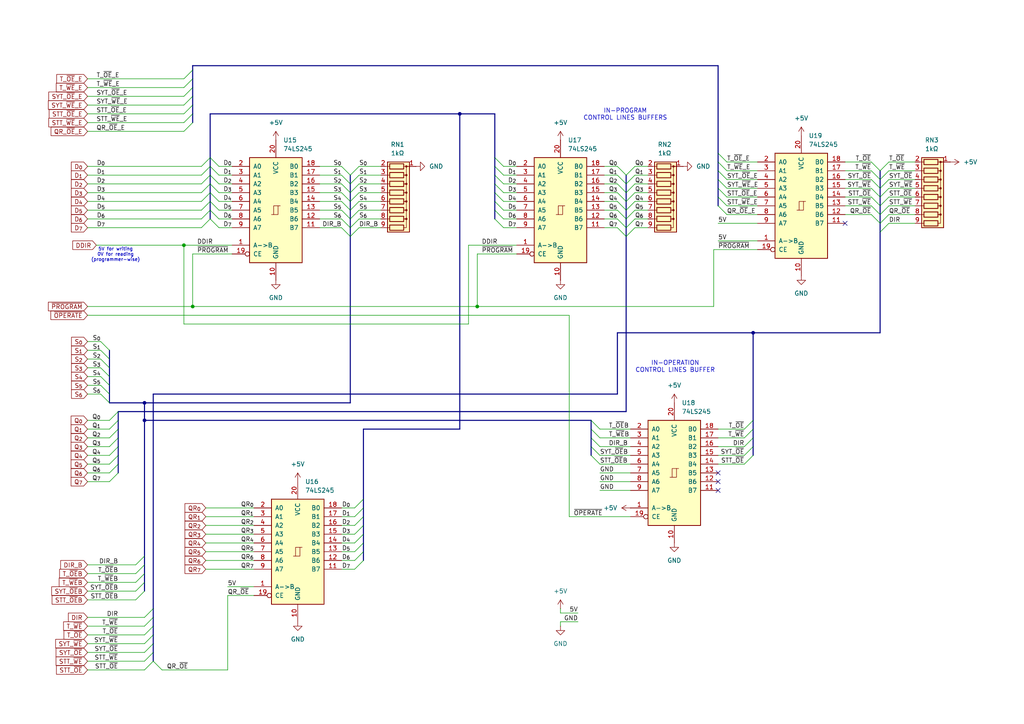
<source format=kicad_sch>
(kicad_sch (version 20250114) (generator "eeschema") (generator_version "9.0")
  (paper "A4")
  (lib_symbols
    (symbol "74xx:74LS245" (pin_names (offset 1.016))
      (property "Reference" "U" (at -7.62 16.51 0))
      (property "Value" "74LS245" (at -7.62 -16.51 0))
      (symbol "74LS245_1_0"
        (polyline (pts (xy -1.27 -1.27) (xy 0.635 -1.27) (xy 0.635 1.27) (xy 1.27 1.27)))
        (polyline (pts (xy -0.635 -1.27) (xy -0.635 1.27) (xy 0.635 1.27)))
        (pin tri_state line (at -12.7 12.7 0) (length 5.08) (name "A0") (number "2"))
        (pin tri_state line (at -12.7 10.16 0) (length 5.08) (name "A1") (number "3"))
        (pin tri_state line (at -12.7 7.62 0) (length 5.08) (name "A2") (number "4"))
        (pin tri_state line (at -12.7 5.08 0) (length 5.08) (name "A3") (number "5"))
        (pin tri_state line (at -12.7 2.54 0) (length 5.08) (name "A4") (number "6"))
        (pin tri_state line (at -12.7 0 0) (length 5.08) (name "A5") (number "7"))
        (pin tri_state line (at -12.7 -2.54 0) (length 5.08) (name "A6") (number "8"))
        (pin tri_state line (at -12.7 -5.08 0) (length 5.08) (name "A7") (number "9"))
        (pin input line (at -12.7 -10.16 0) (length 5.08) (name "A->B") (number "1"))
        (pin input inverted (at -12.7 -12.7 0) (length 5.08) (name "CE") (number "19"))
        (pin power_in line (at 0 20.32 270) (length 5.08) (name "VCC") (number "20"))
        (pin power_in line (at 0 -20.32 90) (length 5.08) (name "GND") (number "10"))
        (pin tri_state line (at 12.7 12.7 180) (length 5.08) (name "B0") (number "18"))
        (pin tri_state line (at 12.7 10.16 180) (length 5.08) (name "B1") (number "17"))
        (pin tri_state line (at 12.7 7.62 180) (length 5.08) (name "B2") (number "16"))
        (pin tri_state line (at 12.7 5.08 180) (length 5.08) (name "B3") (number "15"))
        (pin tri_state line (at 12.7 2.54 180) (length 5.08) (name "B4") (number "14"))
        (pin tri_state line (at 12.7 0 180) (length 5.08) (name "B5") (number "13"))
        (pin tri_state line (at 12.7 -2.54 180) (length 5.08) (name "B6") (number "12"))
        (pin tri_state line (at 12.7 -5.08 180) (length 5.08) (name "B7") (number "11"))
      )
      (symbol "74LS245_1_1"
        (rectangle (start -7.62 15.24) (end 7.62 -15.24) (stroke (width 0.254)) (fill (type background)))
      )
    )
    (symbol "Device:R_Network08" (pin_names (offset 0) (hide yes))
      (property "Reference" "RN" (at -12.7 0 90))
      (property "Value" "R_Network08" (at 10.16 0 90))
      (symbol "R_Network08_0_1"
        (rectangle (start -11.43 -3.175) (end 8.89 3.175) (stroke (width 0.254)) (fill (type background)))
        (rectangle (start -10.922 1.524) (end -9.398 -2.54) (stroke (width 0.254)))
        (circle (center -10.16 2.286) (radius 0.254) (fill (type outline)))
        (polyline (pts (xy -10.16 1.524) (xy -10.16 2.286) (xy -7.62 2.286) (xy -7.62 1.524)))
        (polyline (pts (xy -10.16 -2.54) (xy -10.16 -3.81)))
        (rectangle (start -8.382 1.524) (end -6.858 -2.54) (stroke (width 0.254)))
        (circle (center -7.62 2.286) (radius 0.254) (fill (type outline)))
        (polyline (pts (xy -7.62 1.524) (xy -7.62 2.286) (xy -5.08 2.286) (xy -5.08 1.524)))
        (polyline (pts (xy -7.62 -2.54) (xy -7.62 -3.81)))
        (rectangle (start -5.842 1.524) (end -4.318 -2.54) (stroke (width 0.254)))
        (circle (center -5.08 2.286) (radius 0.254) (fill (type outline)))
        (polyline (pts (xy -5.08 1.524) (xy -5.08 2.286) (xy -2.54 2.286) (xy -2.54 1.524)))
        (polyline (pts (xy -5.08 -2.54) (xy -5.08 -3.81)))
        (rectangle (start -3.302 1.524) (end -1.778 -2.54) (stroke (width 0.254)))
        (circle (center -2.54 2.286) (radius 0.254) (fill (type outline)))
        (polyline (pts (xy -2.54 1.524) (xy -2.54 2.286) (xy 0 2.286) (xy 0 1.524)))
        (polyline (pts (xy -2.54 -2.54) (xy -2.54 -3.81)))
        (rectangle (start -0.762 1.524) (end 0.762 -2.54) (stroke (width 0.254)))
        (circle (center 0 2.286) (radius 0.254) (fill (type outline)))
        (polyline (pts (xy 0 1.524) (xy 0 2.286) (xy 2.54 2.286) (xy 2.54 1.524)))
        (polyline (pts (xy 0 -2.54) (xy 0 -3.81)))
        (rectangle (start 1.778 1.524) (end 3.302 -2.54) (stroke (width 0.254)))
        (circle (center 2.54 2.286) (radius 0.254) (fill (type outline)))
        (polyline (pts (xy 2.54 1.524) (xy 2.54 2.286) (xy 5.08 2.286) (xy 5.08 1.524)))
        (polyline (pts (xy 2.54 -2.54) (xy 2.54 -3.81)))
        (rectangle (start 4.318 1.524) (end 5.842 -2.54) (stroke (width 0.254)))
        (circle (center 5.08 2.286) (radius 0.254) (fill (type outline)))
        (polyline (pts (xy 5.08 1.524) (xy 5.08 2.286) (xy 7.62 2.286) (xy 7.62 1.524)))
        (polyline (pts (xy 5.08 -2.54) (xy 5.08 -3.81)))
        (rectangle (start 6.858 1.524) (end 8.382 -2.54) (stroke (width 0.254)))
        (polyline (pts (xy 7.62 -2.54) (xy 7.62 -3.81)))
      )
      (symbol "R_Network08_1_1"
        (pin passive line (at -10.16 5.08 270) (length 2.54) (name "common") (number "1"))
        (pin passive line (at -10.16 -5.08 90) (length 1.27) (name "R1") (number "2"))
        (pin passive line (at -7.62 -5.08 90) (length 1.27) (name "R2") (number "3"))
        (pin passive line (at -5.08 -5.08 90) (length 1.27) (name "R3") (number "4"))
        (pin passive line (at -2.54 -5.08 90) (length 1.27) (name "R4") (number "5"))
        (pin passive line (at 0 -5.08 90) (length 1.27) (name "R5") (number "6"))
        (pin passive line (at 2.54 -5.08 90) (length 1.27) (name "R6") (number "7"))
        (pin passive line (at 5.08 -5.08 90) (length 1.27) (name "R7") (number "8"))
        (pin passive line (at 7.62 -5.08 90) (length 1.27) (name "R8") (number "9"))
      )
    )
    (symbol "power:+5V" (power) (pin_numbers (hide yes)) (pin_names (offset 0) (hide yes))
      (property "Value" "+5V" (at 0 3.556 0))
      (symbol "+5V_0_1"
        (polyline (pts (xy -0.762 1.27) (xy 0 2.54)))
        (polyline (pts (xy 0 2.54) (xy 0.762 1.27)))
        (polyline (pts (xy 0 0) (xy 0 2.54)))
      )
      (symbol "+5V_1_1"
        (pin power_in line (at 0 0 90) (length 0) (name "~") (number "1"))
      )
    )
    (symbol "power:GND" (power) (pin_numbers (hide yes)) (pin_names (offset 0) (hide yes))
      (property "Value" "GND" (at 0 -3.81 0))
      (symbol "GND_0_1"
        (polyline (pts (xy 0 0) (xy 0 -1.27) (xy 1.27 -1.27) (xy 0 -2.54) (xy -1.27 -1.27) (xy 0 -1.27)))
      )
      (symbol "GND_1_1"
        (pin power_in line (at 0 0 270) (length 0) (name "~") (number "1"))
      )
    )
  )
  (text "IN-OPERATION\nCONTROL LINES BUFFER" (at 195.834 106.426 0) (effects (font (size 1.27 1.27))))
  (text "IN-PROGRAM\nCONTROL LINES BUFFERS" (at 181.356 33.274 0) (effects (font (size 1.27 1.27))))
  (text "5V for writing\n0V for reading\n(programmer-wise)" (at 33.528 73.914 0) (effects (font (size 0.9525 0.9525))))
  (junction (at 41.91 116.84))
  (junction (at 218.44 96.52))
  (junction (at 53.34 71.12))
  (junction (at 41.91 121.92))
  (junction (at 138.43 88.9))
  (junction (at 55.88 88.9))
  (junction (at 133.35 33.02))
  (no_connect (at 208.28 137.16))
  (no_connect (at 208.28 139.7))
  (no_connect (at 208.28 142.24))
  (no_connect (at 245.11 64.77))
  (bus_entry (at 44.45 184.15) (size -2.54 2.54))
  (bus_entry (at 104.14 48.26) (size -2.54 2.54))
  (bus_entry (at 218.44 127) (size -2.54 2.54))
  (bus_entry (at 218.44 132.08) (size -2.54 2.54))
  (bus_entry (at 53.34 33.02) (size 2.54 -2.54))
  (bus_entry (at 105.41 147.32) (size -2.54 2.54))
  (bus_entry (at 257.81 52.07) (size -2.54 2.54))
  (bus_entry (at 63.5 63.5) (size -2.54 -2.54))
  (bus_entry (at 179.07 50.8) (size 2.54 2.54))
  (bus_entry (at 63.5 66.04) (size -2.54 -2.54))
  (bus_entry (at 41.91 161.29) (size -2.54 2.54))
  (bus_entry (at 31.75 129.54) (size 2.54 -2.54))
  (bus_entry (at 104.14 50.8) (size -2.54 2.54))
  (bus_entry (at 252.73 52.07) (size 2.54 2.54))
  (bus_entry (at 63.5 60.96) (size -2.54 -2.54))
  (bus_entry (at 171.45 124.46) (size 2.54 2.54))
  (bus_entry (at 257.81 46.99) (size -2.54 2.54))
  (bus_entry (at 44.45 176.53) (size -2.54 2.54))
  (bus_entry (at 146.05 55.88) (size -2.54 -2.54))
  (bus_entry (at 146.05 66.04) (size -2.54 -2.54))
  (bus_entry (at 218.44 129.54) (size -2.54 2.54))
  (bus_entry (at 179.07 58.42) (size 2.54 2.54))
  (bus_entry (at 58.42 63.5) (size 2.54 -2.54))
  (bus_entry (at 41.91 163.83) (size -2.54 2.54))
  (bus_entry (at 41.91 166.37) (size -2.54 2.54))
  (bus_entry (at 31.75 127) (size 2.54 -2.54))
  (bus_entry (at 146.05 60.96) (size -2.54 -2.54))
  (bus_entry (at 257.81 57.15) (size -2.54 2.54))
  (bus_entry (at 210.82 57.15) (size -2.54 -2.54))
  (bus_entry (at 99.06 50.8) (size 2.54 2.54))
  (bus_entry (at 252.73 46.99) (size 2.54 2.54))
  (bus_entry (at 184.15 48.26) (size -2.54 2.54))
  (bus_entry (at 53.34 27.94) (size 2.54 -2.54))
  (bus_entry (at 210.82 49.53) (size -2.54 -2.54))
  (bus_entry (at 63.5 48.26) (size -2.54 -2.54))
  (bus_entry (at 44.45 179.07) (size -2.54 2.54))
  (bus_entry (at 58.42 60.96) (size 2.54 -2.54))
  (bus_entry (at 29.21 99.06) (size 2.54 2.54))
  (bus_entry (at 105.41 162.56) (size -2.54 2.54))
  (bus_entry (at 29.21 104.14) (size 2.54 2.54))
  (bus_entry (at 99.06 53.34) (size 2.54 2.54))
  (bus_entry (at 99.06 55.88) (size 2.54 2.54))
  (bus_entry (at 99.06 60.96) (size 2.54 2.54))
  (bus_entry (at 29.21 111.76) (size 2.54 2.54))
  (bus_entry (at 105.41 160.02) (size -2.54 2.54))
  (bus_entry (at 105.41 144.78) (size -2.54 2.54))
  (bus_entry (at 58.42 58.42) (size 2.54 -2.54))
  (bus_entry (at 179.07 55.88) (size 2.54 2.54))
  (bus_entry (at 104.14 55.88) (size -2.54 2.54))
  (bus_entry (at 179.07 66.04) (size 2.54 2.54))
  (bus_entry (at 171.45 132.08) (size 2.54 2.54))
  (bus_entry (at 252.73 62.23) (size 2.54 2.54))
  (bus_entry (at 58.42 66.04) (size 2.54 -2.54))
  (bus_entry (at 184.15 60.96) (size -2.54 2.54))
  (bus_entry (at 53.34 38.1) (size 2.54 -2.54))
  (bus_entry (at 105.41 154.94) (size -2.54 2.54))
  (bus_entry (at 29.21 114.3) (size 2.54 2.54))
  (bus_entry (at 63.5 50.8) (size -2.54 -2.54))
  (bus_entry (at 210.82 52.07) (size -2.54 -2.54))
  (bus_entry (at 41.91 168.91) (size -2.54 2.54))
  (bus_entry (at 104.14 63.5) (size -2.54 2.54))
  (bus_entry (at 104.14 53.34) (size -2.54 2.54))
  (bus_entry (at 257.81 62.23) (size -2.54 2.54))
  (bus_entry (at 31.75 137.16) (size 2.54 -2.54))
  (bus_entry (at 210.82 54.61) (size -2.54 -2.54))
  (bus_entry (at 184.15 55.88) (size -2.54 2.54))
  (bus_entry (at 44.45 191.77) (size 2.54 2.54))
  (bus_entry (at 31.75 134.62) (size 2.54 -2.54))
  (bus_entry (at 58.42 50.8) (size 2.54 -2.54))
  (bus_entry (at 171.45 129.54) (size 2.54 2.54))
  (bus_entry (at 257.81 54.61) (size -2.54 2.54))
  (bus_entry (at 63.5 55.88) (size -2.54 -2.54))
  (bus_entry (at 105.41 152.4) (size -2.54 2.54))
  (bus_entry (at 99.06 63.5) (size 2.54 2.54))
  (bus_entry (at 252.73 57.15) (size 2.54 2.54))
  (bus_entry (at 146.05 53.34) (size -2.54 -2.54))
  (bus_entry (at 44.45 186.69) (size -2.54 2.54))
  (bus_entry (at 218.44 124.46) (size -2.54 2.54))
  (bus_entry (at 99.06 66.04) (size 2.54 2.54))
  (bus_entry (at 31.75 121.92) (size 2.54 -2.54))
  (bus_entry (at 210.82 59.69) (size -2.54 -2.54))
  (bus_entry (at 184.15 66.04) (size -2.54 2.54))
  (bus_entry (at 44.45 191.77) (size -2.54 2.54))
  (bus_entry (at 257.81 59.69) (size -2.54 2.54))
  (bus_entry (at 31.75 124.46) (size 2.54 -2.54))
  (bus_entry (at 99.06 58.42) (size 2.54 2.54))
  (bus_entry (at 53.34 30.48) (size 2.54 -2.54))
  (bus_entry (at 53.34 25.4) (size 2.54 -2.54))
  (bus_entry (at 53.34 35.56) (size 2.54 -2.54))
  (bus_entry (at 146.05 63.5) (size -2.54 -2.54))
  (bus_entry (at 184.15 53.34) (size -2.54 2.54))
  (bus_entry (at 184.15 58.42) (size -2.54 2.54))
  (bus_entry (at 105.41 149.86) (size -2.54 2.54))
  (bus_entry (at 31.75 132.08) (size 2.54 -2.54))
  (bus_entry (at 171.45 127) (size 2.54 2.54))
  (bus_entry (at 184.15 63.5) (size -2.54 2.54))
  (bus_entry (at 44.45 189.23) (size -2.54 2.54))
  (bus_entry (at 99.06 48.26) (size 2.54 2.54))
  (bus_entry (at 179.07 53.34) (size 2.54 2.54))
  (bus_entry (at 257.81 49.53) (size -2.54 2.54))
  (bus_entry (at 44.45 181.61) (size -2.54 2.54))
  (bus_entry (at 184.15 50.8) (size -2.54 2.54))
  (bus_entry (at 29.21 106.68) (size 2.54 2.54))
  (bus_entry (at 31.75 139.7) (size 2.54 -2.54))
  (bus_entry (at 179.07 63.5) (size 2.54 2.54))
  (bus_entry (at 29.21 101.6) (size 2.54 2.54))
  (bus_entry (at 252.73 49.53) (size 2.54 2.54))
  (bus_entry (at 179.07 48.26) (size 2.54 2.54))
  (bus_entry (at 146.05 50.8) (size -2.54 -2.54))
  (bus_entry (at 53.34 22.86) (size 2.54 -2.54))
  (bus_entry (at 104.14 66.04) (size -2.54 2.54))
  (bus_entry (at 58.42 48.26) (size 2.54 -2.54))
  (bus_entry (at 63.5 53.34) (size -2.54 -2.54))
  (bus_entry (at 58.42 55.88) (size 2.54 -2.54))
  (bus_entry (at 63.5 58.42) (size -2.54 -2.54))
  (bus_entry (at 210.82 62.23) (size -2.54 -2.54))
  (bus_entry (at 252.73 59.69) (size 2.54 2.54))
  (bus_entry (at 146.05 48.26) (size -2.54 -2.54))
  (bus_entry (at 146.05 58.42) (size -2.54 -2.54))
  (bus_entry (at 104.14 58.42) (size -2.54 2.54))
  (bus_entry (at 58.42 53.34) (size 2.54 -2.54))
  (bus_entry (at 41.91 171.45) (size -2.54 2.54))
  (bus_entry (at 171.45 121.92) (size 2.54 2.54))
  (bus_entry (at 104.14 60.96) (size -2.54 2.54))
  (bus_entry (at 29.21 109.22) (size 2.54 2.54))
  (bus_entry (at 179.07 60.96) (size 2.54 2.54))
  (bus_entry (at 210.82 46.99) (size -2.54 -2.54))
  (bus_entry (at 218.44 121.92) (size -2.54 2.54))
  (bus_entry (at 105.41 157.48) (size -2.54 2.54))
  (bus_entry (at 257.81 64.77) (size -2.54 2.54))
  (bus_entry (at 252.73 54.61) (size 2.54 2.54))
  (wire (pts (xy 210.82 59.69) (xy 219.71 59.69)))
  (bus (pts (xy 171.45 127) (xy 171.45 129.54)))
  (wire (pts (xy 25.4 106.68) (xy 29.21 106.68)))
  (bus (pts (xy 60.96 55.88) (xy 60.96 58.42)))
  (wire (pts (xy 25.4 27.94) (xy 53.34 27.94)))
  (wire (pts (xy 173.99 137.16) (xy 182.88 137.16)))
  (bus (pts (xy 255.27 62.23) (xy 255.27 64.77)))
  (wire (pts (xy 245.11 57.15) (xy 252.73 57.15)))
  (wire (pts (xy 53.34 71.12) (xy 67.31 71.12)))
  (bus (pts (xy 101.6 68.58) (xy 101.6 116.84)))
  (wire (pts (xy 92.71 50.8) (xy 99.06 50.8)))
  (bus (pts (xy 60.96 45.72) (xy 60.96 48.26)))
  (bus (pts (xy 55.88 35.56) (xy 55.88 33.02)))
  (wire (pts (xy 102.87 162.56) (xy 99.06 162.56)))
  (bus (pts (xy 181.61 63.5) (xy 181.61 66.04)))
  (wire (pts (xy 66.04 172.72) (xy 73.66 172.72)))
  (wire (pts (xy 25.4 124.46) (xy 31.75 124.46)))
  (wire (pts (xy 210.82 54.61) (xy 219.71 54.61)))
  (wire (pts (xy 162.56 180.34) (xy 162.56 181.61)))
  (wire (pts (xy 59.69 162.56) (xy 73.66 162.56)))
  (wire (pts (xy 59.69 165.1) (xy 73.66 165.1)))
  (bus (pts (xy 31.75 104.14) (xy 31.75 106.68)))
  (bus (pts (xy 208.28 19.05) (xy 208.28 44.45)))
  (wire (pts (xy 25.4 166.37) (xy 39.37 166.37)))
  (wire (pts (xy 173.99 134.62) (xy 182.88 134.62)))
  (bus (pts (xy 34.29 129.54) (xy 34.29 132.08)))
  (wire (pts (xy 146.05 50.8) (xy 149.86 50.8)))
  (wire (pts (xy 187.96 53.34) (xy 184.15 53.34)))
  (wire (pts (xy 175.26 48.26) (xy 179.07 48.26)))
  (bus (pts (xy 208.28 49.53) (xy 208.28 52.07)))
  (bus (pts (xy 143.51 33.02) (xy 143.51 45.72)))
  (bus (pts (xy 181.61 53.34) (xy 181.61 55.88)))
  (wire (pts (xy 25.4 171.45) (xy 39.37 171.45)))
  (wire (pts (xy 265.43 52.07) (xy 257.81 52.07)))
  (bus (pts (xy 31.75 109.22) (xy 31.75 111.76)))
  (wire (pts (xy 25.4 30.48) (xy 53.34 30.48)))
  (wire (pts (xy 110.49 48.26) (xy 104.14 48.26)))
  (wire (pts (xy 25.4 173.99) (xy 39.37 173.99)))
  (bus (pts (xy 101.6 53.34) (xy 101.6 55.88)))
  (bus (pts (xy 44.45 181.61) (xy 44.45 184.15)))
  (bus (pts (xy 41.91 166.37) (xy 41.91 168.91)))
  (wire (pts (xy 55.88 88.9) (xy 55.88 73.66)))
  (wire (pts (xy 25.4 48.26) (xy 58.42 48.26)))
  (bus (pts (xy 31.75 101.6) (xy 31.75 104.14)))
  (wire (pts (xy 138.43 88.9) (xy 138.43 73.66)))
  (wire (pts (xy 162.56 176.53) (xy 162.56 177.8)))
  (bus (pts (xy 34.29 134.62) (xy 34.29 137.16)))
  (bus (pts (xy 55.88 20.32) (xy 55.88 19.05)))
  (bus (pts (xy 31.75 114.3) (xy 31.75 116.84)))
  (wire (pts (xy 245.11 59.69) (xy 252.73 59.69)))
  (bus (pts (xy 133.35 33.02) (xy 133.35 124.46)))
  (wire (pts (xy 25.4 104.14) (xy 29.21 104.14)))
  (bus (pts (xy 44.45 176.53) (xy 44.45 114.3)))
  (wire (pts (xy 102.87 152.4) (xy 99.06 152.4)))
  (bus (pts (xy 133.35 33.02) (xy 143.51 33.02)))
  (wire (pts (xy 173.99 132.08) (xy 182.88 132.08)))
  (wire (pts (xy 173.99 142.24) (xy 182.88 142.24)))
  (bus (pts (xy 44.45 176.53) (xy 44.45 179.07)))
  (wire (pts (xy 265.43 46.99) (xy 257.81 46.99)))
  (bus (pts (xy 60.96 45.72) (xy 60.96 33.02)))
  (bus (pts (xy 255.27 64.77) (xy 255.27 67.31)))
  (wire (pts (xy 92.71 63.5) (xy 99.06 63.5)))
  (bus (pts (xy 179.07 114.3) (xy 179.07 96.52)))
  (bus (pts (xy 60.96 33.02) (xy 133.35 33.02)))
  (wire (pts (xy 135.89 71.12) (xy 135.89 93.98)))
  (bus (pts (xy 34.29 127) (xy 34.29 129.54)))
  (wire (pts (xy 208.28 64.77) (xy 219.71 64.77)))
  (wire (pts (xy 25.4 163.83) (xy 39.37 163.83)))
  (wire (pts (xy 173.99 124.46) (xy 182.88 124.46)))
  (wire (pts (xy 207.01 72.39) (xy 219.71 72.39)))
  (bus (pts (xy 105.41 154.94) (xy 105.41 152.4)))
  (bus (pts (xy 105.41 157.48) (xy 105.41 154.94)))
  (wire (pts (xy 25.4 114.3) (xy 29.21 114.3)))
  (bus (pts (xy 218.44 124.46) (xy 218.44 127)))
  (wire (pts (xy 63.5 55.88) (xy 67.31 55.88)))
  (wire (pts (xy 59.69 149.86) (xy 73.66 149.86)))
  (bus (pts (xy 101.6 50.8) (xy 101.6 53.34)))
  (wire (pts (xy 175.26 60.96) (xy 179.07 60.96)))
  (bus (pts (xy 60.96 60.96) (xy 60.96 63.5)))
  (wire (pts (xy 25.4 50.8) (xy 58.42 50.8)))
  (bus (pts (xy 101.6 58.42) (xy 101.6 60.96)))
  (bus (pts (xy 181.61 55.88) (xy 181.61 58.42)))
  (wire (pts (xy 208.28 129.54) (xy 215.9 129.54)))
  (wire (pts (xy 25.4 129.54) (xy 31.75 129.54)))
  (bus (pts (xy 208.28 46.99) (xy 208.28 49.53)))
  (wire (pts (xy 25.4 137.16) (xy 31.75 137.16)))
  (wire (pts (xy 208.28 132.08) (xy 215.9 132.08)))
  (bus (pts (xy 218.44 121.92) (xy 218.44 124.46)))
  (bus (pts (xy 41.91 116.84) (xy 41.91 121.92)))
  (wire (pts (xy 210.82 49.53) (xy 219.71 49.53)))
  (bus (pts (xy 208.28 54.61) (xy 208.28 57.15)))
  (wire (pts (xy 59.69 157.48) (xy 73.66 157.48)))
  (bus (pts (xy 105.41 149.86) (xy 105.41 147.32)))
  (wire (pts (xy 146.05 48.26) (xy 149.86 48.26)))
  (wire (pts (xy 25.4 60.96) (xy 58.42 60.96)))
  (bus (pts (xy 101.6 66.04) (xy 101.6 68.58)))
  (bus (pts (xy 34.29 119.38) (xy 34.29 121.92)))
  (wire (pts (xy 25.4 88.9) (xy 55.88 88.9)))
  (bus (pts (xy 143.51 60.96) (xy 143.51 63.5)))
  (wire (pts (xy 146.05 60.96) (xy 149.86 60.96)))
  (wire (pts (xy 25.4 38.1) (xy 53.34 38.1)))
  (bus (pts (xy 105.41 124.46) (xy 105.41 144.78)))
  (wire (pts (xy 25.4 191.77) (xy 41.91 191.77)))
  (wire (pts (xy 257.81 64.77) (xy 265.43 64.77)))
  (wire (pts (xy 63.5 53.34) (xy 67.31 53.34)))
  (wire (pts (xy 66.04 170.18) (xy 73.66 170.18)))
  (wire (pts (xy 92.71 60.96) (xy 99.06 60.96)))
  (wire (pts (xy 245.11 49.53) (xy 252.73 49.53)))
  (bus (pts (xy 143.51 48.26) (xy 143.51 50.8)))
  (wire (pts (xy 245.11 62.23) (xy 252.73 62.23)))
  (wire (pts (xy 25.4 132.08) (xy 31.75 132.08)))
  (bus (pts (xy 44.45 114.3) (xy 179.07 114.3)))
  (wire (pts (xy 25.4 91.44) (xy 165.1 91.44)))
  (wire (pts (xy 210.82 52.07) (xy 219.71 52.07)))
  (bus (pts (xy 55.88 27.94) (xy 55.88 25.4)))
  (wire (pts (xy 63.5 50.8) (xy 67.31 50.8)))
  (wire (pts (xy 25.4 22.86) (xy 53.34 22.86)))
  (wire (pts (xy 25.4 134.62) (xy 31.75 134.62)))
  (bus (pts (xy 41.91 161.29) (xy 41.91 163.83)))
  (wire (pts (xy 138.43 73.66) (xy 149.86 73.66)))
  (bus (pts (xy 34.29 121.92) (xy 34.29 124.46)))
  (wire (pts (xy 25.4 179.07) (xy 41.91 179.07)))
  (wire (pts (xy 245.11 46.99) (xy 252.73 46.99)))
  (wire (pts (xy 208.28 124.46) (xy 215.9 124.46)))
  (wire (pts (xy 165.1 149.86) (xy 182.88 149.86)))
  (bus (pts (xy 105.41 147.32) (xy 105.41 144.78)))
  (bus (pts (xy 105.41 152.4) (xy 105.41 149.86)))
  (bus (pts (xy 41.91 116.84) (xy 101.6 116.84)))
  (wire (pts (xy 110.49 60.96) (xy 104.14 60.96)))
  (bus (pts (xy 218.44 129.54) (xy 218.44 132.08)))
  (wire (pts (xy 208.28 134.62) (xy 215.9 134.62)))
  (wire (pts (xy 173.99 127) (xy 182.88 127)))
  (wire (pts (xy 25.4 111.76) (xy 29.21 111.76)))
  (bus (pts (xy 101.6 60.96) (xy 101.6 63.5)))
  (bus (pts (xy 171.45 129.54) (xy 171.45 132.08)))
  (wire (pts (xy 146.05 58.42) (xy 149.86 58.42)))
  (bus (pts (xy 218.44 96.52) (xy 218.44 121.92)))
  (wire (pts (xy 162.56 177.8) (xy 167.64 177.8)))
  (wire (pts (xy 92.71 48.26) (xy 99.06 48.26)))
  (wire (pts (xy 175.26 58.42) (xy 179.07 58.42)))
  (bus (pts (xy 218.44 127) (xy 218.44 129.54)))
  (wire (pts (xy 92.71 53.34) (xy 99.06 53.34)))
  (bus (pts (xy 208.28 44.45) (xy 208.28 46.99)))
  (wire (pts (xy 59.69 160.02) (xy 73.66 160.02)))
  (wire (pts (xy 92.71 55.88) (xy 99.06 55.88)))
  (bus (pts (xy 105.41 124.46) (xy 133.35 124.46)))
  (wire (pts (xy 265.43 57.15) (xy 257.81 57.15)))
  (bus (pts (xy 44.45 189.23) (xy 44.45 191.77)))
  (bus (pts (xy 60.96 53.34) (xy 60.96 55.88)))
  (wire (pts (xy 210.82 62.23) (xy 219.71 62.23)))
  (wire (pts (xy 25.4 168.91) (xy 39.37 168.91)))
  (wire (pts (xy 175.26 63.5) (xy 179.07 63.5)))
  (wire (pts (xy 265.43 49.53) (xy 257.81 49.53)))
  (wire (pts (xy 66.04 194.31) (xy 66.04 172.72)))
  (bus (pts (xy 55.88 19.05) (xy 208.28 19.05)))
  (wire (pts (xy 187.96 60.96) (xy 184.15 60.96)))
  (wire (pts (xy 63.5 66.04) (xy 67.31 66.04)))
  (bus (pts (xy 60.96 50.8) (xy 60.96 53.34)))
  (bus (pts (xy 143.51 53.34) (xy 143.51 55.88)))
  (wire (pts (xy 25.4 109.22) (xy 29.21 109.22)))
  (bus (pts (xy 255.27 57.15) (xy 255.27 59.69)))
  (wire (pts (xy 102.87 147.32) (xy 99.06 147.32)))
  (bus (pts (xy 31.75 106.68) (xy 31.75 109.22)))
  (bus (pts (xy 255.27 67.31) (xy 255.27 96.52)))
  (wire (pts (xy 25.4 25.4) (xy 53.34 25.4)))
  (bus (pts (xy 171.45 124.46) (xy 171.45 127)))
  (bus (pts (xy 44.45 184.15) (xy 44.45 186.69)))
  (bus (pts (xy 143.51 55.88) (xy 143.51 58.42)))
  (bus (pts (xy 105.41 160.02) (xy 105.41 157.48)))
  (wire (pts (xy 187.96 48.26) (xy 184.15 48.26)))
  (wire (pts (xy 265.43 59.69) (xy 257.81 59.69)))
  (wire (pts (xy 162.56 180.34) (xy 167.64 180.34)))
  (wire (pts (xy 210.82 57.15) (xy 219.71 57.15)))
  (wire (pts (xy 55.88 73.66) (xy 67.31 73.66)))
  (wire (pts (xy 25.4 121.92) (xy 31.75 121.92)))
  (wire (pts (xy 146.05 55.88) (xy 149.86 55.88)))
  (wire (pts (xy 187.96 50.8) (xy 184.15 50.8)))
  (bus (pts (xy 31.75 116.84) (xy 41.91 116.84)))
  (wire (pts (xy 146.05 63.5) (xy 149.86 63.5)))
  (bus (pts (xy 143.51 58.42) (xy 143.51 60.96)))
  (wire (pts (xy 110.49 55.88) (xy 104.14 55.88)))
  (wire (pts (xy 207.01 88.9) (xy 207.01 72.39)))
  (bus (pts (xy 218.44 96.52) (xy 255.27 96.52)))
  (bus (pts (xy 44.45 179.07) (xy 44.45 181.61)))
  (wire (pts (xy 25.4 53.34) (xy 58.42 53.34)))
  (bus (pts (xy 181.61 58.42) (xy 181.61 60.96)))
  (bus (pts (xy 179.07 96.52) (xy 218.44 96.52)))
  (wire (pts (xy 59.69 154.94) (xy 73.66 154.94)))
  (wire (pts (xy 135.89 71.12) (xy 149.86 71.12)))
  (bus (pts (xy 101.6 55.88) (xy 101.6 58.42)))
  (wire (pts (xy 245.11 52.07) (xy 252.73 52.07)))
  (wire (pts (xy 173.99 139.7) (xy 182.88 139.7)))
  (wire (pts (xy 25.4 33.02) (xy 53.34 33.02)))
  (wire (pts (xy 55.88 88.9) (xy 138.43 88.9)))
  (wire (pts (xy 110.49 50.8) (xy 104.14 50.8)))
  (wire (pts (xy 27.94 71.12) (xy 53.34 71.12)))
  (wire (pts (xy 92.71 58.42) (xy 99.06 58.42)))
  (wire (pts (xy 175.26 53.34) (xy 179.07 53.34)))
  (wire (pts (xy 25.4 55.88) (xy 58.42 55.88)))
  (bus (pts (xy 31.75 111.76) (xy 31.75 114.3)))
  (bus (pts (xy 55.88 22.86) (xy 55.88 20.32)))
  (bus (pts (xy 41.91 121.92) (xy 41.91 161.29)))
  (wire (pts (xy 208.28 127) (xy 215.9 127)))
  (wire (pts (xy 146.05 53.34) (xy 149.86 53.34)))
  (wire (pts (xy 175.26 55.88) (xy 179.07 55.88)))
  (wire (pts (xy 25.4 186.69) (xy 41.91 186.69)))
  (bus (pts (xy 143.51 45.72) (xy 143.51 48.26)))
  (bus (pts (xy 255.27 52.07) (xy 255.27 54.61)))
  (wire (pts (xy 25.4 35.56) (xy 53.34 35.56)))
  (bus (pts (xy 181.61 50.8) (xy 181.61 53.34)))
  (bus (pts (xy 34.29 132.08) (xy 34.29 134.62)))
  (bus (pts (xy 41.91 121.92) (xy 171.45 121.92)))
  (bus (pts (xy 255.27 54.61) (xy 255.27 57.15)))
  (bus (pts (xy 34.29 119.38) (xy 181.61 119.38)))
  (wire (pts (xy 25.4 58.42) (xy 58.42 58.42)))
  (wire (pts (xy 25.4 139.7) (xy 31.75 139.7)))
  (wire (pts (xy 25.4 101.6) (xy 29.21 101.6)))
  (bus (pts (xy 101.6 63.5) (xy 101.6 66.04)))
  (wire (pts (xy 208.28 69.85) (xy 219.71 69.85)))
  (wire (pts (xy 53.34 93.98) (xy 53.34 71.12)))
  (bus (pts (xy 55.88 30.48) (xy 55.88 27.94)))
  (bus (pts (xy 181.61 66.04) (xy 181.61 68.58)))
  (wire (pts (xy 110.49 66.04) (xy 104.14 66.04)))
  (wire (pts (xy 165.1 91.44) (xy 165.1 149.86)))
  (bus (pts (xy 208.28 57.15) (xy 208.28 59.69)))
  (wire (pts (xy 102.87 160.02) (xy 99.06 160.02)))
  (wire (pts (xy 102.87 165.1) (xy 99.06 165.1)))
  (wire (pts (xy 25.4 63.5) (xy 58.42 63.5)))
  (wire (pts (xy 102.87 157.48) (xy 99.06 157.48)))
  (bus (pts (xy 60.96 48.26) (xy 60.96 50.8)))
  (bus (pts (xy 55.88 25.4) (xy 55.88 22.86)))
  (wire (pts (xy 265.43 54.61) (xy 257.81 54.61)))
  (wire (pts (xy 46.99 194.31) (xy 66.04 194.31)))
  (bus (pts (xy 255.27 59.69) (xy 255.27 62.23)))
  (wire (pts (xy 187.96 58.42) (xy 184.15 58.42)))
  (wire (pts (xy 63.5 63.5) (xy 67.31 63.5)))
  (bus (pts (xy 171.45 121.92) (xy 171.45 124.46)))
  (bus (pts (xy 181.61 68.58) (xy 181.61 119.38)))
  (bus (pts (xy 208.28 52.07) (xy 208.28 54.61)))
  (wire (pts (xy 187.96 55.88) (xy 184.15 55.88)))
  (wire (pts (xy 175.26 66.04) (xy 179.07 66.04)))
  (wire (pts (xy 187.96 63.5) (xy 184.15 63.5)))
  (wire (pts (xy 25.4 189.23) (xy 41.91 189.23)))
  (wire (pts (xy 138.43 88.9) (xy 207.01 88.9)))
  (bus (pts (xy 143.51 50.8) (xy 143.51 53.34)))
  (wire (pts (xy 110.49 63.5) (xy 104.14 63.5)))
  (wire (pts (xy 59.69 152.4) (xy 73.66 152.4)))
  (wire (pts (xy 63.5 58.42) (xy 67.31 58.42)))
  (wire (pts (xy 245.11 54.61) (xy 252.73 54.61)))
  (wire (pts (xy 25.4 127) (xy 31.75 127)))
  (wire (pts (xy 210.82 46.99) (xy 219.71 46.99)))
  (bus (pts (xy 44.45 186.69) (xy 44.45 189.23)))
  (wire (pts (xy 25.4 184.15) (xy 41.91 184.15)))
  (wire (pts (xy 25.4 194.31) (xy 41.91 194.31)))
  (wire (pts (xy 146.05 66.04) (xy 149.86 66.04)))
  (wire (pts (xy 110.49 58.42) (xy 104.14 58.42)))
  (wire (pts (xy 110.49 53.34) (xy 104.14 53.34)))
  (wire (pts (xy 25.4 66.04) (xy 58.42 66.04)))
  (bus (pts (xy 181.61 60.96) (xy 181.61 63.5)))
  (wire (pts (xy 92.71 66.04) (xy 99.06 66.04)))
  (wire (pts (xy 173.99 129.54) (xy 182.88 129.54)))
  (wire (pts (xy 63.5 48.26) (xy 67.31 48.26)))
  (bus (pts (xy 41.91 163.83) (xy 41.91 166.37)))
  (bus (pts (xy 60.96 58.42) (xy 60.96 60.96)))
  (wire (pts (xy 135.89 93.98) (xy 53.34 93.98)))
  (bus (pts (xy 255.27 49.53) (xy 255.27 52.07)))
  (wire (pts (xy 25.4 181.61) (xy 41.91 181.61)))
  (wire (pts (xy 187.96 66.04) (xy 184.15 66.04)))
  (wire (pts (xy 73.66 147.32) (xy 59.69 147.32)))
  (wire (pts (xy 102.87 149.86) (xy 99.06 149.86)))
  (bus (pts (xy 34.29 124.46) (xy 34.29 127)))
  (bus (pts (xy 105.41 162.56) (xy 105.41 160.02)))
  (wire (pts (xy 25.4 99.06) (xy 29.21 99.06)))
  (bus (pts (xy 41.91 168.91) (xy 41.91 171.45)))
  (wire (pts (xy 102.87 154.94) (xy 99.06 154.94)))
  (wire (pts (xy 265.43 62.23) (xy 257.81 62.23)))
  (wire (pts (xy 175.26 50.8) (xy 179.07 50.8)))
  (wire (pts (xy 63.5 60.96) (xy 67.31 60.96)))
  (bus (pts (xy 55.88 33.02) (xy 55.88 30.48)))
  (label "D_{1}" (at 101.6 149.86 180))
  (label "QR_{5}" (at 69.85 160.02 0))
  (label "D_{3}" (at 30.48 55.88 180))
  (label "S_{2}" (at 99.06 53.34 180))
  (label "STT_~{OE}_E" (at 27.94 33.02 0))
  (label "QR_{3}" (at 69.85 154.94 0))
  (label "S_{5}" (at 29.21 111.76 180))
  (label "5V" (at 66.04 170.18 0))
  (label "T_~{OE}" (at 257.81 46.99 0))
  (label "DIR_B" (at 104.14 66.04 0))
  (label "SYT_~{OE}_E" (at 210.82 52.07 0))
  (label "D_{1}" (at 30.48 50.8 180))
  (label "STT_~{OE}B" (at 34.29 173.99 180))
  (label "T_~{OE}B" (at 176.53 124.46 0))
  (label "QR_{0}" (at 69.85 147.32 0))
  (label "T_~{WE}" (at 34.29 181.61 180))
  (label "SYT_~{OE}" (at 215.9 132.08 180))
  (label "SYT_~{OE}B" (at 34.29 171.45 180))
  (label "T_~{WE}" (at 257.81 49.53 0))
  (label "Q_{1}" (at 179.07 50.8 180))
  (label "Q_{6}" (at 184.15 63.5 0))
  (label "DIR_B" (at 99.06 66.04 180))
  (label "STT_~{WE}_E" (at 27.94 35.56 0))
  (label "S_{0}" (at 99.06 48.26 180))
  (label "GND" (at 173.99 137.16 0))
  (label "D_{5}" (at 30.48 60.96 180))
  (label "S_{0}" (at 29.21 99.06 180))
  (label "Q_{4}" (at 29.21 132.08 180))
  (label "D_{4}" (at 64.77 58.42 0))
  (label "D_{4}" (at 147.32 58.42 0))
  (label "Q_{5}" (at 179.07 60.96 180))
  (label "Q_{3}" (at 179.07 55.88 180))
  (label "Q_{5}" (at 29.21 134.62 180))
  (label "D_{6}" (at 30.48 63.5 180))
  (label "Q_{6}" (at 29.21 137.16 180))
  (label "D_{4}" (at 101.6 157.48 180))
  (label "S_{3}" (at 104.14 55.88 0))
  (label "D_{7}" (at 101.6 165.1 180))
  (label "Q_{7}" (at 179.07 66.04 180))
  (label "S_{1}" (at 29.21 101.6 180))
  (label "SYT_~{OE}" (at 34.29 189.23 180))
  (label "T_~{WE}" (at 215.9 127 180))
  (label "D_{5}" (at 64.77 60.96 0))
  (label "S_{6}" (at 104.14 63.5 0))
  (label "S_{2}" (at 29.21 104.14 180))
  (label "S_{3}" (at 99.06 55.88 180))
  (label "Q_{7}" (at 184.15 66.04 0))
  (label "D_{0}" (at 101.6 147.32 180))
  (label "D_{2}" (at 147.32 53.34 0))
  (label "DIR" (at 257.81 64.77 0))
  (label "STT_~{WE}" (at 257.81 59.69 0))
  (label "QR_~{OE}" (at 252.73 62.23 180))
  (label "Q_{1}" (at 29.21 124.46 180))
  (label "STT_~{OE}" (at 257.81 57.15 0))
  (label "T_~{OE}_E" (at 210.82 46.99 0))
  (label "SYT_~{WE}_E" (at 27.94 30.48 0))
  (label "~{OPERATE}" (at 166.37 149.86 0))
  (label "S_{4}" (at 104.14 58.42 0))
  (label "QR_~{OE}_E" (at 210.82 62.23 0))
  (label "STT_~{OE}B" (at 173.99 134.62 0))
  (label "5V" (at 167.64 177.8 180))
  (label "Q_{1}" (at 184.15 50.8 0))
  (label "D_{6}" (at 147.32 63.5 0))
  (label "D_{3}" (at 64.77 55.88 0))
  (label "SYT_~{OE}B" (at 173.99 132.08 0))
  (label "T_~{OE}" (at 252.73 46.99 180))
  (label "S_{1}" (at 99.06 50.8 180))
  (label "SYT_~{WE}" (at 252.73 54.61 180))
  (label "D_{7}" (at 147.32 66.04 0))
  (label "QR_{2}" (at 69.85 152.4 0))
  (label "Q_{2}" (at 29.21 127 180))
  (label "D_{6}" (at 101.6 162.56 180))
  (label "QR_~{OE}_E" (at 27.94 38.1 0))
  (label "~{PROGRAM}" (at 57.15 73.66 0))
  (label "S_{2}" (at 104.14 53.34 0))
  (label "Q_{0}" (at 179.07 48.26 180))
  (label "STT_~{OE}" (at 252.73 57.15 180))
  (label "D_{3}" (at 147.32 55.88 0))
  (label "T_~{WE}B" (at 176.53 127 0))
  (label "GND" (at 173.99 142.24 0))
  (label "SYT_~{OE}_E" (at 27.94 27.94 0))
  (label "S_{3}" (at 29.21 106.68 180))
  (label "GND" (at 167.64 180.34 180))
  (label "STT_~{OE}" (at 215.9 134.62 180))
  (label "D_{1}" (at 147.32 50.8 0))
  (label "QR_{4}" (at 69.85 157.48 0))
  (label "D_{1}" (at 64.77 50.8 0))
  (label "SYT_~{WE}_E" (at 210.82 54.61 0))
  (label "QR_~{OE}" (at 257.81 62.23 0))
  (label "DIR" (at 215.9 129.54 180))
  (label "SYT_~{OE}" (at 257.81 52.07 0))
  (label "S_{6}" (at 99.06 63.5 180))
  (label "D_{5}" (at 147.32 60.96 0))
  (label "DDIR" (at 57.15 71.12 0))
  (label "S_{5}" (at 104.14 60.96 0))
  (label "STT_~{OE}" (at 34.29 194.31 180))
  (label "SYT_~{OE}" (at 252.73 52.07 180))
  (label "T_~{OE}_E" (at 27.94 22.86 0))
  (label "T_~{WE}_E" (at 210.82 49.53 0))
  (label "~{PROGRAM}" (at 208.28 72.39 0))
  (label "STT_~{WE}_E" (at 210.82 59.69 0))
  (label "T_~{WE}B" (at 34.29 168.91 180))
  (label "T_~{WE}_E" (at 27.94 25.4 0))
  (label "D_{3}" (at 101.6 154.94 180))
  (label "QR_~{OE}" (at 54.61 194.31 180))
  (label "Q_{3}" (at 184.15 55.88 0))
  (label "STT_~{WE}" (at 252.73 59.69 180))
  (label "D_{0}" (at 30.48 48.26 180))
  (label "D_{0}" (at 147.32 48.26 0))
  (label "Q_{5}" (at 184.15 60.96 0))
  (label "D_{2}" (at 30.48 53.34 180))
  (label "DDIR" (at 139.7 71.12 0))
  (label "S_{4}" (at 29.21 109.22 180))
  (label "~{PROGRAM}" (at 139.7 73.66 0))
  (label "D_{4}" (at 30.48 58.42 180))
  (label "DIR_B" (at 176.53 129.54 0))
  (label "5V" (at 208.28 64.77 0))
  (label "Q_{2}" (at 179.07 53.34 180))
  (label "D_{5}" (at 101.6 160.02 180))
  (label "T_~{WE}" (at 252.73 49.53 180))
  (label "T_~{OE}" (at 34.29 184.15 180))
  (label "DIR_B" (at 34.29 163.83 180))
  (label "D_{7}" (at 64.77 66.04 0))
  (label "D_{2}" (at 101.6 152.4 180))
  (label "Q_{3}" (at 29.21 129.54 180))
  (label "Q_{0}" (at 184.15 48.26 0))
  (label "SYT_~{WE}" (at 34.29 186.69 180))
  (label "S_{5}" (at 99.06 60.96 180))
  (label "STT_~{OE}_E" (at 210.82 57.15 0))
  (label "5V" (at 208.28 69.85 0))
  (label "S_{6}" (at 29.21 114.3 180))
  (label "T_~{OE}" (at 215.9 124.46 180))
  (label "D_{2}" (at 64.77 53.34 0))
  (label "GND" (at 173.99 139.7 0))
  (label "S_{0}" (at 104.14 48.26 0))
  (label "SYT_~{WE}" (at 257.81 54.61 0))
  (label "Q_{4}" (at 184.15 58.42 0))
  (label "QR_~{OE}" (at 66.04 172.72 0))
  (label "Q_{2}" (at 184.15 53.34 0))
  (label "QR_{6}" (at 69.85 162.56 0))
  (label "Q_{0}" (at 29.21 121.92 180))
  (label "D_{7}" (at 30.48 66.04 180))
  (label "DIR" (at 34.29 179.07 180))
  (label "Q_{6}" (at 179.07 63.5 180))
  (label "STT_~{WE}" (at 34.29 191.77 180))
  (label "QR_{1}" (at 69.85 149.86 0))
  (label "S_{1}" (at 104.14 50.8 0))
  (label "D_{0}" (at 64.77 48.26 0))
  (label "T_~{OE}B" (at 34.29 166.37 180))
  (label "Q_{7}" (at 29.21 139.7 180))
  (label "D_{6}" (at 64.77 63.5 0))
  (label "QR_{7}" (at 69.85 165.1 0))
  (label "S_{4}" (at 99.06 58.42 180))
  (label "Q_{4}" (at 179.07 58.42 180))
  (global_label "D_{3}" (shape input) (at 25.4 55.88 180) (property "Intersheetrefs" "${INTERSHEET_REFS}" (effects (hide yes))))
  (global_label "~{OPERATE}" (shape input) (at 25.4 91.44 180) (property "Intersheetrefs" "${INTERSHEET_REFS}" (effects (hide yes))))
  (global_label "STT_~{OE}" (shape input) (at 25.4 194.31 180) (property "Intersheetrefs" "${INTERSHEET_REFS}" (effects (hide yes))))
  (global_label "STT_~{WE}_E" (shape input) (at 25.4 35.56 180) (property "Intersheetrefs" "${INTERSHEET_REFS}" (effects (hide yes))))
  (global_label "Q_{4}" (shape input) (at 25.4 132.08 180) (property "Intersheetrefs" "${INTERSHEET_REFS}" (effects (hide yes))))
  (global_label "Q_{6}" (shape input) (at 25.4 137.16 180) (property "Intersheetrefs" "${INTERSHEET_REFS}" (effects (hide yes))))
  (global_label "SYT_~{OE}" (shape input) (at 25.4 189.23 180) (property "Intersheetrefs" "${INTERSHEET_REFS}" (effects (hide yes))))
  (global_label "QR_{6}" (shape input) (at 59.69 162.56 180) (property "Intersheetrefs" "${INTERSHEET_REFS}" (effects (hide yes))))
  (global_label "QR_{4}" (shape input) (at 59.69 157.48 180) (property "Intersheetrefs" "${INTERSHEET_REFS}" (effects (hide yes))))
  (global_label "D_{2}" (shape input) (at 25.4 53.34 180) (property "Intersheetrefs" "${INTERSHEET_REFS}" (effects (hide yes))))
  (global_label "T_~{WE}" (shape input) (at 25.4 181.61 180) (property "Intersheetrefs" "${INTERSHEET_REFS}" (effects (hide yes))))
  (global_label "Q_{0}" (shape input) (at 25.4 121.92 180) (property "Intersheetrefs" "${INTERSHEET_REFS}" (effects (hide yes))))
  (global_label "T_~{OE}" (shape input) (at 25.4 184.15 180) (property "Intersheetrefs" "${INTERSHEET_REFS}" (effects (hide yes))))
  (global_label "QR_{0}" (shape input) (at 59.69 147.32 180) (property "Intersheetrefs" "${INTERSHEET_REFS}" (effects (hide yes))))
  (global_label "STT_~{OE}_E" (shape input) (at 25.4 33.02 180) (property "Intersheetrefs" "${INTERSHEET_REFS}" (effects (hide yes))))
  (global_label "D_{7}" (shape input) (at 25.4 66.04 180) (property "Intersheetrefs" "${INTERSHEET_REFS}" (effects (hide yes))))
  (global_label "S_{6}" (shape input) (at 25.4 114.3 180) (property "Intersheetrefs" "${INTERSHEET_REFS}" (effects (hide yes))))
  (global_label "S_{1}" (shape input) (at 25.4 101.6 180) (property "Intersheetrefs" "${INTERSHEET_REFS}" (effects (hide yes))))
  (global_label "S_{0}" (shape input) (at 25.4 99.06 180) (property "Intersheetrefs" "${INTERSHEET_REFS}" (effects (hide yes))))
  (global_label "QR_{2}" (shape input) (at 59.69 152.4 180) (property "Intersheetrefs" "${INTERSHEET_REFS}" (effects (hide yes))))
  (global_label "QR_~{OE}_E" (shape input) (at 25.4 38.1 180) (property "Intersheetrefs" "${INTERSHEET_REFS}" (effects (hide yes))))
  (global_label "D_{0}" (shape input) (at 25.4 48.26 180) (property "Intersheetrefs" "${INTERSHEET_REFS}" (effects (hide yes))))
  (global_label "DIR" (shape input) (at 25.4 179.07 180) (property "Intersheetrefs" "${INTERSHEET_REFS}" (effects (hide yes))))
  (global_label "Q_{5}" (shape input) (at 25.4 134.62 180) (property "Intersheetrefs" "${INTERSHEET_REFS}" (effects (hide yes))))
  (global_label "DIR_B" (shape input) (at 25.4 163.83 180) (property "Intersheetrefs" "${INTERSHEET_REFS}" (effects (hide yes))))
  (global_label "STT_~{WE}" (shape input) (at 25.4 191.77 180) (property "Intersheetrefs" "${INTERSHEET_REFS}" (effects (hide yes))))
  (global_label "D_{5}" (shape input) (at 25.4 60.96 180) (property "Intersheetrefs" "${INTERSHEET_REFS}" (effects (hide yes))))
  (global_label "T_~{WE}B" (shape input) (at 25.4 168.91 180) (property "Intersheetrefs" "${INTERSHEET_REFS}" (effects (hide yes))))
  (global_label "D_{4}" (shape input) (at 25.4 58.42 180) (property "Intersheetrefs" "${INTERSHEET_REFS}" (effects (hide yes))))
  (global_label "Q_{1}" (shape input) (at 25.4 124.46 180) (property "Intersheetrefs" "${INTERSHEET_REFS}" (effects (hide yes))))
  (global_label "QR_{7}" (shape input) (at 59.69 165.1 180) (property "Intersheetrefs" "${INTERSHEET_REFS}" (effects (hide yes))))
  (global_label "DDIR" (shape input) (at 27.94 71.12 180) (property "Intersheetrefs" "${INTERSHEET_REFS}" (effects (hide yes))))
  (global_label "T_~{WE}_E" (shape input) (at 25.4 25.4 180) (property "Intersheetrefs" "${INTERSHEET_REFS}" (effects (hide yes))))
  (global_label "Q_{2}" (shape input) (at 25.4 127 180) (property "Intersheetrefs" "${INTERSHEET_REFS}" (effects (hide yes))))
  (global_label "SYT_~{OE}_E" (shape input) (at 25.4 27.94 180) (property "Intersheetrefs" "${INTERSHEET_REFS}" (effects (hide yes))))
  (global_label "S_{4}" (shape input) (at 25.4 109.22 180) (property "Intersheetrefs" "${INTERSHEET_REFS}" (effects (hide yes))))
  (global_label "D_{6}" (shape input) (at 25.4 63.5 180) (property "Intersheetrefs" "${INTERSHEET_REFS}" (effects (hide yes))))
  (global_label "QR_{5}" (shape input) (at 59.69 160.02 180) (property "Intersheetrefs" "${INTERSHEET_REFS}" (effects (hide yes))))
  (global_label "SYT_~{WE}" (shape input) (at 25.4 186.69 180) (property "Intersheetrefs" "${INTERSHEET_REFS}" (effects (hide yes))))
  (global_label "STT_~{OE}B" (shape input) (at 25.4 173.99 180) (property "Intersheetrefs" "${INTERSHEET_REFS}" (effects (hide yes))))
  (global_label "T_~{OE}B" (shape input) (at 25.4 166.37 180) (property "Intersheetrefs" "${INTERSHEET_REFS}" (effects (hide yes))))
  (global_label "Q_{3}" (shape input) (at 25.4 129.54 180) (property "Intersheetrefs" "${INTERSHEET_REFS}" (effects (hide yes))))
  (global_label "T_~{OE}_E" (shape input) (at 25.4 22.86 180) (property "Intersheetrefs" "${INTERSHEET_REFS}" (effects (hide yes))))
  (global_label "S_{5}" (shape input) (at 25.4 111.76 180) (property "Intersheetrefs" "${INTERSHEET_REFS}" (effects (hide yes))))
  (global_label "D_{1}" (shape input) (at 25.4 50.8 180) (property "Intersheetrefs" "${INTERSHEET_REFS}" (effects (hide yes))))
  (global_label "QR_{1}" (shape input) (at 59.69 149.86 180) (property "Intersheetrefs" "${INTERSHEET_REFS}" (effects (hide yes))))
  (global_label "S_{3}" (shape input) (at 25.4 106.68 180) (property "Intersheetrefs" "${INTERSHEET_REFS}" (effects (hide yes))))
  (global_label "Q_{7}" (shape input) (at 25.4 139.7 180) (property "Intersheetrefs" "${INTERSHEET_REFS}" (effects (hide yes))))
  (global_label "SYT_~{OE}B" (shape input) (at 25.4 171.45 180) (property "Intersheetrefs" "${INTERSHEET_REFS}" (effects (hide yes))))
  (global_label "SYT_~{WE}_E" (shape input) (at 25.4 30.48 180) (property "Intersheetrefs" "${INTERSHEET_REFS}" (effects (hide yes))))
  (global_label "S_{2}" (shape input) (at 25.4 104.14 180) (property "Intersheetrefs" "${INTERSHEET_REFS}" (effects (hide yes))))
  (global_label "~{PROGRAM}" (shape input) (at 25.4 88.9 180) (property "Intersheetrefs" "${INTERSHEET_REFS}" (effects (hide yes))))
  (global_label "QR_{3}" (shape input) (at 59.69 154.94 180) (property "Intersheetrefs" "${INTERSHEET_REFS}" (effects (hide yes))))
  (symbol (lib_id "74xx:74LS245") (at 195.58 137.16 0) (unit 1)
    (property "Reference" "U18" (at 197.7233 116.84 0) (effects (justify left)))
    (property "Value" "74LS245" (at 197.7233 119.38 0) (effects (justify left)))
    (property "Footprint" "Package_DIP:DIP-20_W7.62mm" (effects (hide yes)))
    (property "Datasheet" "http://www.ti.com/lit/gpn/sn74LS245" (effects (hide yes)))
    (property "Description" "Octal BUS Transceivers, 3-State outputs" (effects (hide yes)))
  )
  (symbol (lib_id "power:+5V") (at 86.36 139.7 0) (unit 1)
    (property "Reference" "#PWR070" (effects (hide yes)))
    (property "Value" "+5V" (at 86.36 134.62 0))
    (property "Description" "Power symbol creates a global label with name \"+5V\"" (effects (hide yes)))
  )
  (symbol (lib_id "power:+5V") (at 80.01 40.64 0) (unit 1)
    (property "Reference" "#PWR068" (effects (hide yes)))
    (property "Value" "+5V" (at 80.01 35.56 0))
    (property "Description" "Power symbol creates a global label with name \"+5V\"" (effects (hide yes)))
  )
  (symbol (lib_id "power:+5V") (at 275.59 46.99 270) (unit 1)
    (property "Reference" "#PWR083" (effects (hide yes)))
    (property "Value" "+5V" (at 279.4 46.9899 90) (effects (justify left)))
    (property "Description" "Power symbol creates a global label with name \"+5V\"" (effects (hide yes)))
  )
  (symbol (lib_id "power:GND") (at 232.41 80.01 0) (unit 1)
    (property "Reference" "#PWR082" (effects (hide yes)))
    (property "Value" "GND" (at 232.41 85.09 0))
    (property "Description" "Power symbol creates a global label with name \"GND\" , ground" (effects (hide yes)))
  )
  (symbol (lib_id "Device:R_Network08") (at 115.57 58.42 270) (unit 1)
    (property "Reference" "RN1" (at 115.316 41.91 90))
    (property "Value" "1kΩ" (at 115.316 44.45 90))
    (property "Footprint" "Resistor_THT:R_Array_SIP9" (effects (hide yes)))
    (property "Datasheet" "http://www.vishay.com/docs/31509/csc.pdf" (effects (hide yes)))
    (property "Description" "8 resistor network, star topology, bussed resistors, small symbol" (effects (hide yes)))
  )
  (symbol (lib_id "74xx:74LS245") (at 80.01 60.96 0) (unit 1)
    (property "Reference" "U15" (at 82.1533 40.64 0) (effects (justify left)))
    (property "Value" "74LS245" (at 82.1533 43.18 0) (effects (justify left)))
    (property "Footprint" "Package_DIP:DIP-20_W7.62mm" (effects (hide yes)))
    (property "Datasheet" "http://www.ti.com/lit/gpn/sn74LS245" (effects (hide yes)))
    (property "Description" "Octal BUS Transceivers, 3-State outputs" (effects (hide yes)))
  )
  (symbol (lib_id "power:+5V") (at 162.56 176.53 0) (unit 1)
    (property "Reference" "#PWR075" (effects (hide yes)))
    (property "Value" "+5V" (at 162.56 171.45 0))
    (property "Description" "Power symbol creates a global label with name \"+5V\"" (effects (hide yes)))
  )
  (symbol (lib_id "74xx:74LS245") (at 86.36 160.02 0) (unit 1)
    (property "Reference" "U16" (at 88.5033 139.7 0) (effects (justify left)))
    (property "Value" "74LS245" (at 88.5033 142.24 0) (effects (justify left)))
    (property "Footprint" "Package_DIP:DIP-20_W7.62mm" (effects (hide yes)))
    (property "Datasheet" "http://www.ti.com/lit/gpn/sn74LS245" (effects (hide yes)))
    (property "Description" "Octal BUS Transceivers, 3-State outputs" (effects (hide yes)))
  )
  (symbol (lib_id "power:+5V") (at 162.56 40.64 0) (unit 1)
    (property "Reference" "#PWR073" (effects (hide yes)))
    (property "Value" "+5V" (at 162.56 35.56 0))
    (property "Description" "Power symbol creates a global label with name \"+5V\"" (effects (hide yes)))
  )
  (symbol (lib_id "Device:R_Network08") (at 270.51 57.15 270) (unit 1)
    (property "Reference" "RN3" (at 270.256 40.64 90))
    (property "Value" "1kΩ" (at 270.256 43.18 90))
    (property "Footprint" "Resistor_THT:R_Array_SIP9" (effects (hide yes)))
    (property "Datasheet" "http://www.vishay.com/docs/31509/csc.pdf" (effects (hide yes)))
    (property "Description" "8 resistor network, star topology, bussed resistors, small symbol" (effects (hide yes)))
  )
  (symbol (lib_id "power:GND") (at 198.12 48.26 90) (unit 1)
    (property "Reference" "#PWR080" (effects (hide yes)))
    (property "Value" "GND" (at 201.93 48.2599 90) (effects (justify right)))
    (property "Description" "Power symbol creates a global label with name \"GND\" , ground" (effects (hide yes)))
  )
  (symbol (lib_id "power:GND") (at 120.65 48.26 90) (unit 1)
    (property "Reference" "#PWR072" (effects (hide yes)))
    (property "Value" "GND" (at 124.46 48.2599 90) (effects (justify right)))
    (property "Description" "Power symbol creates a global label with name \"GND\" , ground" (effects (hide yes)))
  )
  (symbol (lib_id "74xx:74LS245") (at 232.41 59.69 0) (unit 1)
    (property "Reference" "U19" (at 234.5533 39.37 0) (effects (justify left)))
    (property "Value" "74LS245" (at 234.5533 41.91 0) (effects (justify left)))
    (property "Footprint" "Package_DIP:DIP-20_W7.62mm" (effects (hide yes)))
    (property "Datasheet" "http://www.ti.com/lit/gpn/sn74LS245" (effects (hide yes)))
    (property "Description" "Octal BUS Transceivers, 3-State outputs" (effects (hide yes)))
  )
  (symbol (lib_id "Device:R_Network08") (at 193.04 58.42 270) (unit 1)
    (property "Reference" "RN2" (at 192.786 41.91 90))
    (property "Value" "1kΩ" (at 192.786 44.45 90))
    (property "Footprint" "Resistor_THT:R_Array_SIP9" (effects (hide yes)))
    (property "Datasheet" "http://www.vishay.com/docs/31509/csc.pdf" (effects (hide yes)))
    (property "Description" "8 resistor network, star topology, bussed resistors, small symbol" (effects (hide yes)))
  )
  (symbol (lib_id "power:GND") (at 162.56 181.61 0) (unit 1)
    (property "Reference" "#PWR076" (effects (hide yes)))
    (property "Value" "GND" (at 162.56 186.69 0))
    (property "Description" "Power symbol creates a global label with name \"GND\" , ground" (effects (hide yes)))
  )
  (symbol (lib_id "power:GND") (at 162.56 81.28 0) (unit 1)
    (property "Reference" "#PWR074" (effects (hide yes)))
    (property "Value" "GND" (at 162.56 86.36 0))
    (property "Description" "Power symbol creates a global label with name \"GND\" , ground" (effects (hide yes)))
  )
  (symbol (lib_id "power:+5V") (at 182.88 147.32 90) (unit 1)
    (property "Reference" "#PWR077" (effects (hide yes)))
    (property "Value" "+5V" (at 179.07 147.3199 90) (effects (justify left)))
    (property "Description" "Power symbol creates a global label with name \"+5V\"" (effects (hide yes)))
  )
  (symbol (lib_id "power:GND") (at 80.01 81.28 0) (unit 1)
    (property "Reference" "#PWR069" (effects (hide yes)))
    (property "Value" "GND" (at 80.01 86.36 0))
    (property "Description" "Power symbol creates a global label with name \"GND\" , ground" (effects (hide yes)))
  )
  (symbol (lib_id "power:+5V") (at 195.58 116.84 0) (unit 1)
    (property "Reference" "#PWR078" (effects (hide yes)))
    (property "Value" "+5V" (at 195.58 111.76 0))
    (property "Description" "Power symbol creates a global label with name \"+5V\"" (effects (hide yes)))
  )
  (symbol (lib_id "74xx:74LS245") (at 162.56 60.96 0) (unit 1)
    (property "Reference" "U17" (at 164.7033 40.64 0) (effects (justify left)))
    (property "Value" "74LS245" (at 164.7033 43.18 0) (effects (justify left)))
    (property "Footprint" "Package_DIP:DIP-20_W7.62mm" (effects (hide yes)))
    (property "Datasheet" "http://www.ti.com/lit/gpn/sn74LS245" (effects (hide yes)))
    (property "Description" "Octal BUS Transceivers, 3-State outputs" (effects (hide yes)))
  )
  (symbol (lib_id "power:+5V") (at 232.41 39.37 0) (unit 1)
    (property "Reference" "#PWR081" (effects (hide yes)))
    (property "Value" "+5V" (at 232.41 34.29 0))
    (property "Description" "Power symbol creates a global label with name \"+5V\"" (effects (hide yes)))
  )
  (symbol (lib_id "power:GND") (at 86.36 180.34 0) (unit 1)
    (property "Reference" "#PWR071" (effects (hide yes)))
    (property "Value" "GND" (at 86.36 185.42 0))
    (property "Description" "Power symbol creates a global label with name \"GND\" , ground" (effects (hide yes)))
  )
  (symbol (lib_id "power:GND") (at 195.58 157.48 0) (unit 1)
    (property "Reference" "#PWR079" (effects (hide yes)))
    (property "Value" "GND" (at 195.58 162.56 0))
    (property "Description" "Power symbol creates a global label with name \"GND\" , ground" (effects (hide yes)))
  )
)
</source>
